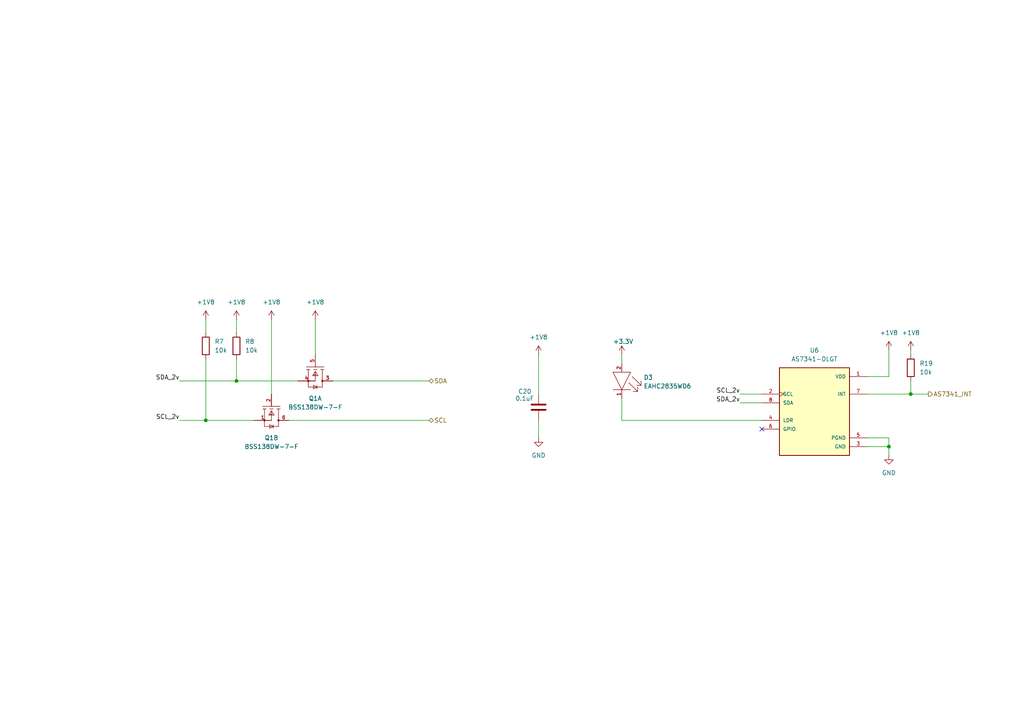
<source format=kicad_sch>
(kicad_sch (version 20250114) (generator "eeschema") (generator_version "9.0")
  (paper "A4")
  (title_block (title "PlasticScanner Handheld DB 2.3") (date "2023-10-02") (rev "3") (company "Plastic Scanner"))
  (lib_symbols
    (symbol "AS7341-DLGT:AS7341-DLGT" (pin_names (offset 1.016))
      (property "Reference" "U" (at -10.16 13.97 0))
      (property "Value" "AS7341-DLGT" (at -10.16 -15.24 0))
      (symbol "AS7341-DLGT_0_0"
        (rectangle (start -10.16 -12.7) (end 10.16 12.7) (stroke (width 0.254)) (fill (type background)))
        (pin input clock (at -15.24 5.08 0) (length 5.08) (name "SCL") (number "2"))
        (pin bidirectional line (at -15.24 2.54 0) (length 5.08) (name "SDA") (number "8"))
        (pin input line (at -15.24 -2.54 0) (length 5.08) (name "LDR") (number "4"))
        (pin bidirectional line (at -15.24 -5.08 0) (length 5.08) (name "GPIO") (number "6"))
        (pin power_in line (at 15.24 10.16 180) (length 5.08) (name "VDD") (number "1"))
        (pin output line (at 15.24 5.08 180) (length 5.08) (name "INT") (number "7"))
        (pin power_in line (at 15.24 -7.62 180) (length 5.08) (name "PGND") (number "5"))
        (pin power_in line (at 15.24 -10.16 180) (length 5.08) (name "GND") (number "3"))
      )
    )
    (symbol "Device:C" (pin_numbers (hide yes)) (pin_names (offset 0.254))
      (property "Reference" "C" (at 0.635 2.54 0))
      (property "Value" "C" (at 0.635 -2.54 0))
      (symbol "C_0_1"
        (polyline (pts (xy -2.032 0.762) (xy 2.032 0.762)) (stroke (width 0.508)))
        (polyline (pts (xy -2.032 -0.762) (xy 2.032 -0.762)) (stroke (width 0.508)))
      )
      (symbol "C_1_1"
        (pin passive line (at 0 3.81 270) (length 2.794) (name "~") (number "1"))
        (pin passive line (at 0 -3.81 90) (length 2.794) (name "~") (number "2"))
      )
    )
    (symbol "Device:R" (pin_numbers (hide yes)) (pin_names (offset 0))
      (property "Reference" "R" (at 2.032 0 90))
      (property "Value" "R" (at 0 0 90))
      (symbol "R_0_1"
        (rectangle (start -1.016 -2.54) (end 1.016 2.54) (stroke (width 0.254)))
      )
      (symbol "R_1_1"
        (pin passive line (at 0 3.81 270) (length 1.27) (name "~") (number "1"))
        (pin passive line (at 0 -3.81 90) (length 1.27) (name "~") (number "2"))
      )
    )
    (symbol "Diodes_Inc._-_BSS138DW-7-F:BSS138DW-7-F" (pin_names (offset 1.016))
      (property "Reference" "Q" (at 0 7.62 0))
      (property "Value" "BSS138DW-7-F" (at 0 10.16 0))
      (symbol "BSS138DW-7-F_1_1"
        (polyline (pts (xy 6.096 -2.54) (xy 6.096 2.54)))
        (polyline (pts (xy 6.858 2.032) (xy 10.16 2.032)))
        (polyline (pts (xy 6.858 1.524) (xy 6.858 2.54)))
        (polyline (pts (xy 6.858 0.508) (xy 6.858 -0.508)))
        (polyline (pts (xy 6.858 -1.524) (xy 6.858 -2.54)))
        (polyline (pts (xy 6.858 -2.032) (xy 10.16 -2.032)))
        (polyline (pts (xy 7.366 0) (xy 8.636 0.762)))
        (polyline (pts (xy 7.366 0) (xy 8.636 -0.762)))
        (polyline (pts (xy 7.62 0) (xy 10.16 0)))
        (polyline (pts (xy 8.382 0.254) (xy 8.382 -0.508)))
        (polyline (pts (xy 8.636 0.762) (xy 8.636 -0.762)))
        (circle (center 10.16 2.032) (radius 0.254))
        (polyline (pts (xy 10.16 -2.032) (xy 11.938 -2.032)))
        (circle (center 10.16 -2.032) (radius 0.254))
        (polyline (pts (xy 11.43 -0.508) (xy 12.446 -0.508)))
        (polyline (pts (xy 11.938 2.032) (xy 10.16 2.032)))
        (polyline (pts (xy 11.938 0.508) (xy 11.43 0.508)))
        (polyline (pts (xy 11.938 0.508) (xy 11.43 -0.508)))
        (polyline (pts (xy 11.938 0.508) (xy 12.446 0.508)))
        (polyline (pts (xy 11.938 -2.032) (xy 11.938 2.032)))
        (polyline (pts (xy 12.446 -0.508) (xy 11.938 0.508)))
        (pin passive line (at 2.54 0 0) (length 3.556) (name "G1") (number "5"))
        (pin passive line (at 10.16 5.08 270) (length 3.048) (name "D1") (number "3"))
        (pin passive line (at 10.16 -5.08 90) (length 5.08) (name "S1") (number "4"))
      )
      (symbol "BSS138DW-7-F_2_1"
        (polyline (pts (xy 6.096 -2.54) (xy 6.096 2.54)))
        (polyline (pts (xy 6.858 2.032) (xy 10.16 2.032)))
        (polyline (pts (xy 6.858 1.524) (xy 6.858 2.54)))
        (polyline (pts (xy 6.858 0.508) (xy 6.858 -0.508)))
        (polyline (pts (xy 6.858 -1.524) (xy 6.858 -2.54)))
        (polyline (pts (xy 6.858 -2.032) (xy 10.16 -2.032)))
        (polyline (pts (xy 7.366 0) (xy 8.636 0.762)))
        (polyline (pts (xy 7.366 0) (xy 8.636 -0.762)))
        (polyline (pts (xy 7.62 0) (xy 10.16 0)))
        (polyline (pts (xy 8.382 0.254) (xy 8.382 -0.508)))
        (polyline (pts (xy 8.636 0.762) (xy 8.636 -0.762)))
        (circle (center 10.16 2.032) (radius 0.254))
        (polyline (pts (xy 10.16 -2.032) (xy 11.938 -2.032)))
        (circle (center 10.16 -2.032) (radius 0.254))
        (polyline (pts (xy 11.43 -0.508) (xy 12.446 -0.508)))
        (polyline (pts (xy 11.938 2.032) (xy 10.16 2.032)))
        (polyline (pts (xy 11.938 0.508) (xy 11.43 0.508)))
        (polyline (pts (xy 11.938 0.508) (xy 11.43 -0.508)))
        (polyline (pts (xy 11.938 0.508) (xy 12.446 0.508)))
        (polyline (pts (xy 11.938 -2.032) (xy 11.938 2.032)))
        (polyline (pts (xy 12.446 -0.508) (xy 11.938 0.508)))
        (pin passive line (at 2.54 0 0) (length 3.556) (name "G2") (number "2"))
        (pin passive line (at 10.16 5.08 270) (length 3.048) (name "D2") (number "6"))
        (pin passive line (at 10.16 -5.08 90) (length 5.08) (name "S2") (number "1"))
      )
    )
    (symbol "Everlight-EAHC2835WD6:EAHC2835WD6" (pin_names (offset 1.016))
      (property "Reference" "D" (at 0 10.16 0))
      (property "Value" "EAHC2835WD6" (at 0 12.7 0))
      (symbol "EAHC2835WD6_1_1"
        (polyline (pts (xy 5.08 2.54) (xy 5.08 -2.54)))
        (polyline (pts (xy 5.08 2.54) (xy 10.16 0)))
        (polyline (pts (xy 5.08 -2.54) (xy 10.16 0)))
        (polyline (pts (xy 6.35 3.048) (xy 8.89 5.588)))
        (polyline (pts (xy 8.128 2.032) (xy 10.668 4.572)))
        (polyline (pts (xy 8.89 5.588) (xy 7.62 5.588)))
        (polyline (pts (xy 8.89 5.588) (xy 8.89 4.318)))
        (polyline (pts (xy 10.16 2.54) (xy 10.16 -2.54)))
        (polyline (pts (xy 10.668 4.572) (xy 9.398 4.572)))
        (polyline (pts (xy 10.668 4.572) (xy 10.668 3.302)))
        (pin passive line (at 2.54 0 0) (length 2.54) (name "ANODE") (number "2"))
        (pin passive line (at 12.7 0 180) (length 2.54) (name "CATHODE") (number "1"))
      )
    )
    (symbol "power:+1V8" (power) (pin_names (offset 0))
      (property "Value" "+1V8" (at 0 3.556 0))
      (symbol "+1V8_0_1"
        (polyline (pts (xy -0.762 1.27) (xy 0 2.54)))
        (polyline (pts (xy 0 2.54) (xy 0.762 1.27)))
        (polyline (pts (xy 0 0) (xy 0 2.54)))
      )
      (symbol "+1V8_1_1"
        (pin power_in line (at 0 0 90) (length 0) (hide yes) (name "+1V8") (number "1"))
      )
    )
    (symbol "power:+3.3V" (power) (pin_names (offset 0))
      (property "Value" "+3.3V" (at 0 3.556 0))
      (symbol "+3.3V_0_1"
        (polyline (pts (xy -0.762 1.27) (xy 0 2.54)))
        (polyline (pts (xy 0 2.54) (xy 0.762 1.27)))
        (polyline (pts (xy 0 0) (xy 0 2.54)))
      )
      (symbol "+3.3V_1_1"
        (pin power_in line (at 0 0 90) (length 0) (hide yes) (name "+3.3V") (number "1"))
      )
    )
    (symbol "power:GND" (power) (pin_names (offset 0))
      (property "Value" "GND" (at 0 -3.81 0))
      (symbol "GND_0_1"
        (polyline (pts (xy 0 0) (xy 0 -1.27) (xy 1.27 -1.27) (xy 0 -2.54) (xy -1.27 -1.27) (xy 0 -1.27)))
      )
      (symbol "GND_1_1"
        (pin power_in line (at 0 0 270) (length 0) (hide yes) (name "GND") (number "1"))
      )
    )
  )
  (bus_alias "I2C" (members "SDA" "SCL"))
  (junction (at 257.81 129.54))
  (junction (at 59.69 121.92))
  (junction (at 264.16 114.3))
  (junction (at 68.58 110.49))
  (no_connect (at 220.98 124.46))
  (wire (pts (xy 180.34 102.87) (xy 180.34 105.41)))
  (wire (pts (xy 214.63 114.3) (xy 220.98 114.3)))
  (wire (pts (xy 257.81 101.6) (xy 257.81 109.22)))
  (wire (pts (xy 251.46 127) (xy 257.81 127)))
  (wire (pts (xy 59.69 92.71) (xy 59.69 96.52)))
  (wire (pts (xy 251.46 129.54) (xy 257.81 129.54)))
  (wire (pts (xy 156.21 102.87) (xy 156.21 114.3)))
  (wire (pts (xy 257.81 109.22) (xy 251.46 109.22)))
  (wire (pts (xy 180.34 115.57) (xy 180.34 121.92)))
  (wire (pts (xy 264.16 110.49) (xy 264.16 114.3)))
  (wire (pts (xy 96.52 110.49) (xy 124.46 110.49)))
  (wire (pts (xy 59.69 104.14) (xy 59.69 121.92)))
  (wire (pts (xy 68.58 92.71) (xy 68.58 96.52)))
  (wire (pts (xy 264.16 114.3) (xy 269.24 114.3)))
  (wire (pts (xy 264.16 101.6) (xy 264.16 102.87)))
  (wire (pts (xy 214.63 116.84) (xy 220.98 116.84)))
  (wire (pts (xy 68.58 110.49) (xy 86.36 110.49)))
  (wire (pts (xy 83.82 121.92) (xy 124.46 121.92)))
  (wire (pts (xy 180.34 121.92) (xy 220.98 121.92)))
  (wire (pts (xy 91.44 92.71) (xy 91.44 102.87)))
  (wire (pts (xy 257.81 129.54) (xy 257.81 132.08)))
  (wire (pts (xy 52.07 110.49) (xy 68.58 110.49)))
  (wire (pts (xy 257.81 127) (xy 257.81 129.54)))
  (wire (pts (xy 251.46 114.3) (xy 264.16 114.3)))
  (wire (pts (xy 68.58 104.14) (xy 68.58 110.49)))
  (wire (pts (xy 78.74 92.71) (xy 78.74 114.3)))
  (wire (pts (xy 52.07 121.92) (xy 59.69 121.92)))
  (wire (pts (xy 156.21 121.92) (xy 156.21 127)))
  (wire (pts (xy 59.69 121.92) (xy 73.66 121.92)))
  (label "SDA_2v" (at 52.07 110.49 180))
  (label "SCL_2v" (at 214.63 114.3 180))
  (label "SCL_2v" (at 52.07 121.92 180))
  (label "SDA_2v" (at 214.63 116.84 180))
  (hierarchical_label "SDA" (shape bidirectional) (at 124.46 110.49 0))
  (hierarchical_label "AS7341_INT" (shape output) (at 269.24 114.3 0))
  (hierarchical_label "SCL" (shape bidirectional) (at 124.46 121.92 0))
  (symbol (lib_id "Device:R") (at 68.58 100.33 0) (unit 1)
    (property "Reference" "R8" (at 71.12 99.0599 0) (effects (justify left)))
    (property "Value" "10k" (at 71.12 101.5999 0) (effects (justify left)))
    (property "Footprint" "Resistor_SMD:R_0603_1608Metric_Pad0.98x0.95mm_HandSolder" (effects (hide yes)))
    (property "mouser description" "CRGH0603J10K" (effects (hide yes)))
    (property "mouser part number" "279-CRGH0603J10K" (effects (hide yes)))
    (property "digikey description" "RES 10K OHM 5% 1/10W 0603" (effects (hide yes)))
    (property "digikey part number" "311-10KGRCT-ND" (effects (hide yes)))
  )
  (symbol (lib_id "power:GND") (at 156.21 127 0) (unit 1)
    (property "Reference" "#PWR046" (effects (hide yes)))
    (property "Value" "GND" (at 156.21 132.08 0))
    (instances (project "RoundScanner" (path "" (reference "#PWR0125") (unit 1)) (path "" (reference "#PWR046") (unit 1))))
  )
  (symbol (lib_id "Everlight-EAHC2835WD6:EAHC2835WD6") (at 180.34 102.87 270) (unit 1)
    (property "Reference" "D3" (at 186.69 109.4739 90) (effects (justify left)))
    (property "Value" "EAHC2835WD6" (at 186.69 112.0139 90) (effects (justify left)))
    (property "Footprint" "Everlight-EAHC2835WD6:Everlight-EAHC2835WD6-MFG" (effects (hide yes)))
    (property "Datasheet" "https://everlightamericas.com/index.php?controller=attachment&id_attachment=2355" (effects (hide yes)))
    (property "digikey description" "LED COOL WHITE 6500K 2SMD" (effects (hide yes)))
    (property "digikey part number" "1080-1461-1-ND" (effects (hide yes)))
    (property "manufacturer" "Everlight" (effects (hide yes)))
    (property "mouser description" "White High Power Lighting LED" (effects (hide yes)))
    (property "mouser part number" "638-EAHC2835WD6" (effects (hide yes)))
  )
  (symbol (lib_id "power:+3.3V") (at 180.34 102.87 0) (unit 1)
    (property "Reference" "#PWR0115" (effects (hide yes)))
    (property "Value" "+3.3V" (at 177.8 99.06 0) (effects (justify left)))
  )
  (symbol (lib_id "power:+1V8") (at 59.69 92.71 0) (unit 1)
    (property "Reference" "#PWR0109" (effects (hide yes)))
    (property "Value" "+1V8" (at 59.69 87.63 0))
  )
  (symbol (lib_id "power:+1V8") (at 156.21 102.87 0) (unit 1)
    (property "Reference" "#PWR045" (effects (hide yes)))
    (property "Value" "+1V8" (at 156.21 97.79 0))
    (instances (project "RoundScanner" (path "" (reference "#PWR0130") (unit 1)) (path "" (reference "#PWR045") (unit 1))))
  )
  (symbol (lib_id "power:GND") (at 257.81 132.08 0) (unit 1)
    (property "Reference" "#PWR0113" (effects (hide yes)))
    (property "Value" "GND" (at 257.81 137.16 0))
  )
  (symbol (lib_id "power:+1V8") (at 78.74 92.71 0) (unit 1)
    (property "Reference" "#PWR0111" (effects (hide yes)))
    (property "Value" "+1V8" (at 78.74 87.63 0))
  )
  (symbol (lib_id "Device:R") (at 264.16 106.68 0) (unit 1)
    (property "Reference" "R19" (at 266.7 105.4099 0) (effects (justify left)))
    (property "Value" "10k" (at 266.7 107.9499 0) (effects (justify left)))
    (property "Footprint" "Resistor_SMD:R_0603_1608Metric_Pad0.98x0.95mm_HandSolder" (effects (hide yes)))
    (property "mouser description" "CRGH0603J10K" (effects (hide yes)))
    (property "mouser part number" "279-CRGH0603J10K" (effects (hide yes)))
    (property "digikey description" "RES 10K OHM 5% 1/10W 0603" (effects (hide yes)))
    (property "digikey part number" "311-10KGRCT-ND" (effects (hide yes)))
  )
  (symbol (lib_id "power:+1V8") (at 91.44 92.71 0) (unit 1)
    (property "Reference" "#PWR0107" (effects (hide yes)))
    (property "Value" "+1V8" (at 91.44 87.63 0))
  )
  (symbol (lib_id "Device:R") (at 59.69 100.33 0) (unit 1)
    (property "Reference" "R7" (at 62.23 99.0599 0) (effects (justify left)))
    (property "Value" "10k" (at 62.23 101.5999 0) (effects (justify left)))
    (property "Footprint" "Resistor_SMD:R_0603_1608Metric_Pad0.98x0.95mm_HandSolder" (effects (hide yes)))
    (property "mouser description" "CRGH0603J10K" (effects (hide yes)))
    (property "mouser part number" "279-CRGH0603J10K" (effects (hide yes)))
    (property "digikey description" "RES 10K OHM 5% 1/10W 0603" (effects (hide yes)))
    (property "digikey part number" "311-10KGRCT-ND" (effects (hide yes)))
  )
  (symbol (lib_id "AS7341-DLGT:AS7341-DLGT") (at 236.22 119.38 0) (unit 1)
    (property "Reference" "U6" (at 236.22 101.6 0))
    (property "Value" "AS7341-DLGT" (at 236.22 104.14 0))
    (property "Footprint" "AS7341-DLGT:PSON80P310X200X110-8N" (effects (hide yes)))
    (property "MAXIMUM_PACKAGE_HEIGHT" "1.1 mm" (effects (hide yes)))
    (property "STANDARD" "IPC7351B" (effects (hide yes)))
    (property "MANUFACTURER" "AMS" (effects (hide yes)))
    (property "PARTREV" "V3" (effects (hide yes)))
    (property "digikey description" "SENSOR OPT AMBIENT 8OLGA" (effects (hide yes)))
    (property "digikey part number" "AS7341-DLGTCT-ND" (effects (hide yes)))
  )
  (symbol (lib_id "power:+1V8") (at 264.16 101.6 0) (unit 1)
    (property "Reference" "#PWR0116" (effects (hide yes)))
    (property "Value" "+1V8" (at 264.16 96.52 0))
  )
  (symbol (lib_id "power:+1V8") (at 257.81 101.6 0) (unit 1)
    (property "Reference" "#PWR0114" (effects (hide yes)))
    (property "Value" "+1V8" (at 257.81 96.52 0))
  )
  (symbol (lib_id "Device:C") (at 156.21 118.11 180) (unit 1)
    (property "Reference" "C20" (at 154.178 113.538 0) (effects (justify left)))
    (property "Value" "0.1uF" (at 154.94 115.57 0) (effects (justify left)))
    (property "Footprint" "Capacitor_SMD:C_0603_1608Metric_Pad1.08x0.95mm_HandSolder" (effects (hide yes)))
    (property "digikey description" "CAP CER 0.1UF 16V X7R 0603" (effects (hide yes)))
    (property "digikey part number" "311-1088-1-ND" (effects (hide yes)))
  )
  (symbol (lib_id "power:+1V8") (at 68.58 92.71 0) (unit 1)
    (property "Reference" "#PWR0110" (effects (hide yes)))
    (property "Value" "+1V8" (at 68.58 87.63 0))
  )
  (symbol (lib_id "Diodes_Inc._-_BSS138DW-7-F:BSS138DW-7-F") (at 91.44 100.33 270) (unit 1)
    (property "Reference" "Q1" (at 91.44 115.57 90))
    (property "Value" "BSS138DW-7-F" (at 91.44 118.11 90))
    (property "Footprint" "BSS138DW-7-F-A:Diodes_Inc._-_BSS138DW-7-F-A" (effects (hide yes)))
    (property "Datasheet" "https://www.diodes.com/assets/Datasheets/ds30203.pdf" (effects (hide yes)))
    (property "automotive" "No" (effects (hide yes)))
    (property "category" "Trans" (effects (hide yes)))
    (property "continuous drain current" "200mA" (effects (hide yes)))
    (property "depletion mode" "False" (effects (hide yes)))
    (property "device class L1" "Discrete Semiconductors" (effects (hide yes)))
    (property "device class L2" "Transistors" (effects (hide yes)))
    (property "device class L3" "MOSFETs" (effects (hide yes)))
    (property "digikey description" "MOSFET 2N-CH 50V 0.2A SC70-6" (effects (hide yes)))
    (property "digikey part number" "BSS138DW-FDICT-ND" (effects (hide yes)))
    (property "drain to source breakdown voltage" "75V" (effects (hide yes)))
    (property "drain to source resistance" "1.4Ω" (effects (hide yes)))
    (property "drain to source voltage" "50V" (effects (hide yes)))
    (property "footprint url" "https://www.diodes.com/assets/Package-Files/SOT363.pdf" (effects (hide yes)))
    (property "gate to source voltage" "20V" (effects (hide yes)))
    (property "height" "1.1mm" (effects (hide yes)))
    (property "input capacitace at vds" "50pF @ 10V" (effects (hide yes)))
    (property "lead free" "Yes" (effects (hide yes)))
    (property "library id" "315a08f55ef6fa24" (effects (hide yes)))
    (property "manufacturer" "Diodes Inc." (effects (hide yes)))
    (property "max junction temp" "+150°C" (effects (hide yes)))
    (property "mouser description" "MOSFET 50V 200mW" (effects (hide yes)))
    (property "mouser part number" "621-BSS138DW-F" (effects (hide yes)))
    (property "number of N channels" "2" (effects (hide yes)))
    (property "number of channels" "2" (effects (hide yes)))
    (property "package" "SOT363" (effects (hide yes)))
    (property "power dissipation" "200mW" (effects (hide yes)))
    (property "rohs" "Yes" (effects (hide yes)))
    (property "rthja max" "625°C/W" (effects (hide yes)))
    (property "standoff height" "0mm" (effects (hide yes)))
    (property "temperature range high" "+150°C" (effects (hide yes)))
    (property "temperature range low" "-55°C" (effects (hide yes)))
    (property "threshold vgs max" "1.5V" (effects (hide yes)))
    (property "threshold vgs min" "0.5V" (effects (hide yes)))
    (property "turn off delay time" "20ns" (effects (hide yes)))
    (property "turn on delay time" "20ns" (effects (hide yes)))
  )
  (symbol (lib_id "Diodes_Inc._-_BSS138DW-7-F:BSS138DW-7-F") (at 78.74 111.76 270) (unit 2)
    (property "Reference" "Q1" (at 78.74 127 90))
    (property "Value" "BSS138DW-7-F" (at 78.74 129.54 90))
    (property "Footprint" "BSS138DW-7-F-A:Diodes_Inc._-_BSS138DW-7-F-A" (effects (hide yes)))
    (property "Datasheet" "https://www.diodes.com/assets/Datasheets/ds30203.pdf" (effects (hide yes)))
    (property "automotive" "No" (effects (hide yes)))
    (property "category" "Trans" (effects (hide yes)))
    (property "continuous drain current" "200mA" (effects (hide yes)))
    (property "depletion mode" "False" (effects (hide yes)))
    (property "device class L1" "Discrete Semiconductors" (effects (hide yes)))
    (property "device class L2" "Transistors" (effects (hide yes)))
    (property "device class L3" "MOSFETs" (effects (hide yes)))
    (property "digikey description" "MOSFET 2N-CH 50V 0.2A SC70-6" (effects (hide yes)))
    (property "digikey part number" "BSS138DW-FDICT-ND" (effects (hide yes)))
    (property "drain to source breakdown voltage" "75V" (effects (hide yes)))
    (property "drain to source resistance" "1.4Ω" (effects (hide yes)))
    (property "drain to source voltage" "50V" (effects (hide yes)))
    (property "footprint url" "https://www.diodes.com/assets/Package-Files/SOT363.pdf" (effects (hide yes)))
    (property "gate to source voltage" "20V" (effects (hide yes)))
    (property "height" "1.1mm" (effects (hide yes)))
    (property "input capacitace at vds" "50pF @ 10V" (effects (hide yes)))
    (property "lead free" "Yes" (effects (hide yes)))
    (property "library id" "315a08f55ef6fa24" (effects (hide yes)))
    (property "manufacturer" "Diodes Inc." (effects (hide yes)))
    (property "max junction temp" "+150°C" (effects (hide yes)))
    (property "mouser description" "MOSFET 50V 200mW" (effects (hide yes)))
    (property "mouser part number" "621-BSS138DW-F" (effects (hide yes)))
    (property "number of N channels" "2" (effects (hide yes)))
    (property "number of channels" "2" (effects (hide yes)))
    (property "package" "SOT363" (effects (hide yes)))
    (property "power dissipation" "200mW" (effects (hide yes)))
    (property "rohs" "Yes" (effects (hide yes)))
    (property "rthja max" "625°C/W" (effects (hide yes)))
    (property "standoff height" "0mm" (effects (hide yes)))
    (property "temperature range high" "+150°C" (effects (hide yes)))
    (property "temperature range low" "-55°C" (effects (hide yes)))
    (property "threshold vgs max" "1.5V" (effects (hide yes)))
    (property "threshold vgs min" "0.5V" (effects (hide yes)))
    (property "turn off delay time" "20ns" (effects (hide yes)))
    (property "turn on delay time" "20ns" (effects (hide yes)))
  )
)
</source>
